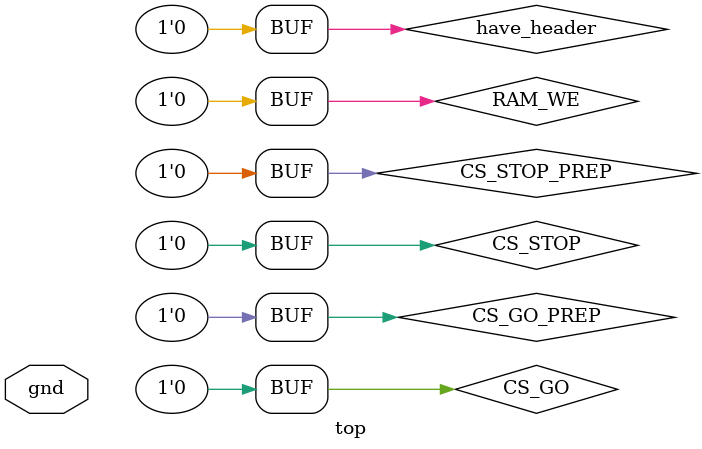
<source format=v>
module top
  (
   input gnd
   );
   wire   CAPTURE;
   wire   UPDATE;
   wire   DRCK1;
   wire   TDI;
   wire   TDO1;
   wire   CSB;
   reg [47:0] header;
   reg [15:0]  len;
   reg 	       have_header = 0;
   wire        MISO;
   wire        MOSI = TDI;
   wire        SEL1;
   wire        SHIFT;
   wire        RESET;
   reg 	       CS_GO = 0;
   reg 	       CS_GO_PREP = 0;
   reg 	       CS_STOP = 0;
   reg 	       CS_STOP_PREP = 0;
   reg [13:0] RAM_RADDR;
   reg [13:0] RAM_WADDR;
   wire        DRCK1_INV = !DRCK1;
   wire        RAM_DO;
   wire        RAM_DI;
   reg 	       RAM_WE = 0;

   RAMB16_S1_S1 RAMB16_S1_S1_inst
     (
      .DOA(RAM_DO),
      .DOB(),
      .ADDRA(RAM_RADDR),
      .ADDRB(RAM_WADDR),
      .CLKA(DRCK1_INV),
      .CLKB(DRCK1),
      .DIA(1'b0),
      .DIB(RAM_DI),
      .ENA(1'b1),
      .ENB(1'b1),
      .SSRA(1'b0),
      .SSRB(1'b0),
      .WEA(1'b0),
      .WEB(RAM_WE)
      );

   BSCAN_SPARTAN3A BSCAN_SPARTAN3A_inst
     (
      .CAPTURE(CAPTURE),
      .DRCK1(DRCK1),
      .DRCK2(),
      .RESET(RESET),
      .SEL1(SEL1),
      .SEL2(),
      .SHIFT(SHIFT),
      .TCK(),
      .TDI(TDI),
      .TMS(),
      .UPDATE(UPDATE),
      .TDO1(TDO1),
      .TDO2(1'b0)
      );
   SPI_ACCESS
     #(.SIM_DEVICE("3S50AN")
       )
       SPI_ACCESS_inst
	 (
	  .MISO(MISO),
	  .CLK(DRCK1),
	  .CSB(CSB),
	  .MOSI(MOSI)
	  );
`include "bscan_common.v"
endmodule

</source>
